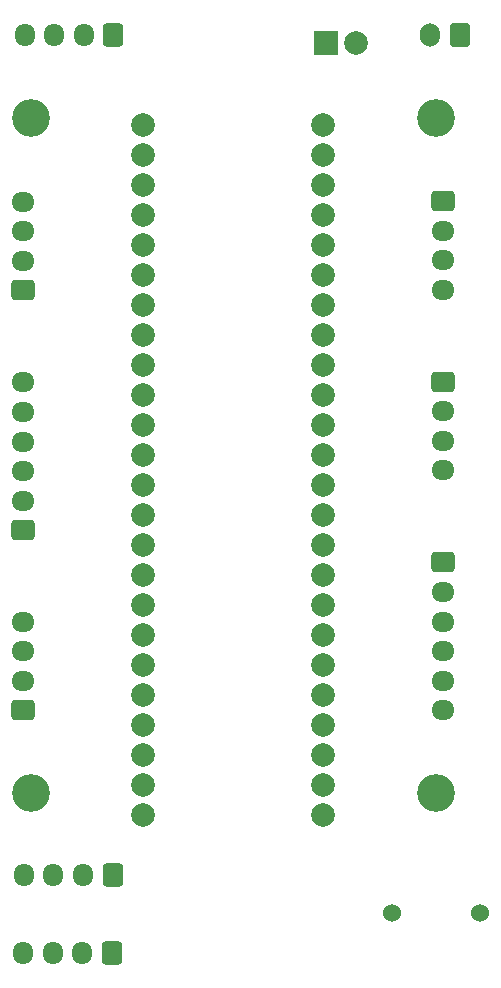
<source format=gbr>
%TF.GenerationSoftware,KiCad,Pcbnew,8.0.3*%
%TF.CreationDate,2024-10-23T15:03:03-04:00*%
%TF.ProjectId,mcu-board,6d63752d-626f-4617-9264-2e6b69636164,rev?*%
%TF.SameCoordinates,Original*%
%TF.FileFunction,Soldermask,Bot*%
%TF.FilePolarity,Negative*%
%FSLAX46Y46*%
G04 Gerber Fmt 4.6, Leading zero omitted, Abs format (unit mm)*
G04 Created by KiCad (PCBNEW 8.0.3) date 2024-10-23 15:03:03*
%MOMM*%
%LPD*%
G01*
G04 APERTURE LIST*
G04 Aperture macros list*
%AMRoundRect*
0 Rectangle with rounded corners*
0 $1 Rounding radius*
0 $2 $3 $4 $5 $6 $7 $8 $9 X,Y pos of 4 corners*
0 Add a 4 corners polygon primitive as box body*
4,1,4,$2,$3,$4,$5,$6,$7,$8,$9,$2,$3,0*
0 Add four circle primitives for the rounded corners*
1,1,$1+$1,$2,$3*
1,1,$1+$1,$4,$5*
1,1,$1+$1,$6,$7*
1,1,$1+$1,$8,$9*
0 Add four rect primitives between the rounded corners*
20,1,$1+$1,$2,$3,$4,$5,0*
20,1,$1+$1,$4,$5,$6,$7,0*
20,1,$1+$1,$6,$7,$8,$9,0*
20,1,$1+$1,$8,$9,$2,$3,0*%
G04 Aperture macros list end*
%ADD10R,2.000000X2.000000*%
%ADD11C,2.000000*%
%ADD12C,1.524000*%
%ADD13RoundRect,0.250000X-0.725000X0.600000X-0.725000X-0.600000X0.725000X-0.600000X0.725000X0.600000X0*%
%ADD14O,1.950000X1.700000*%
%ADD15C,3.200000*%
%ADD16RoundRect,0.250000X0.600000X0.725000X-0.600000X0.725000X-0.600000X-0.725000X0.600000X-0.725000X0*%
%ADD17O,1.700000X1.950000*%
%ADD18RoundRect,0.250000X0.600000X0.750000X-0.600000X0.750000X-0.600000X-0.750000X0.600000X-0.750000X0*%
%ADD19O,1.700000X2.000000*%
%ADD20RoundRect,0.250000X0.725000X-0.600000X0.725000X0.600000X-0.725000X0.600000X-0.725000X-0.600000X0*%
G04 APERTURE END LIST*
D10*
%TO.C,J11*%
X172960000Y-35000000D03*
D11*
X175500000Y-35000000D03*
%TD*%
D12*
%TO.C,BZ1*%
X178500000Y-108600000D03*
X186000000Y-108600000D03*
%TD*%
D13*
%TO.C,J8*%
X182880000Y-78940000D03*
D14*
X182880000Y-81440000D03*
X182880000Y-83940000D03*
X182880000Y-86440000D03*
X182880000Y-88940000D03*
X182880000Y-91440000D03*
%TD*%
D13*
%TO.C,J5*%
X182880000Y-48340000D03*
D14*
X182880000Y-50840000D03*
X182880000Y-53340000D03*
X182880000Y-55840000D03*
%TD*%
D15*
%TO.C,H3*%
X182245000Y-41275000D03*
%TD*%
D16*
%TO.C,J3*%
X154940000Y-34290000D03*
D17*
X152440000Y-34290000D03*
X149940000Y-34290000D03*
X147440000Y-34290000D03*
%TD*%
D18*
%TO.C,J9*%
X184250000Y-34290000D03*
D19*
X181750000Y-34290000D03*
%TD*%
D13*
%TO.C,J1*%
X182880000Y-63620000D03*
D14*
X182880000Y-66120000D03*
X182880000Y-68620000D03*
X182880000Y-71120000D03*
%TD*%
D20*
%TO.C,J2*%
X147320000Y-91440000D03*
D14*
X147320000Y-88940000D03*
X147320000Y-86440000D03*
X147320000Y-83940000D03*
%TD*%
D15*
%TO.C,H4*%
X147955000Y-41275000D03*
%TD*%
%TO.C,H1*%
X147955000Y-98425000D03*
%TD*%
D16*
%TO.C,J7*%
X154800000Y-112000000D03*
D17*
X152300000Y-112000000D03*
X149800000Y-112000000D03*
X147300000Y-112000000D03*
%TD*%
D16*
%TO.C,J6*%
X154860000Y-105400000D03*
D17*
X152360000Y-105400000D03*
X149860000Y-105400000D03*
X147360000Y-105400000D03*
%TD*%
D20*
%TO.C,J10*%
X147320000Y-76200000D03*
D14*
X147320000Y-73700000D03*
X147320000Y-71200000D03*
X147320000Y-68700000D03*
X147320000Y-66200000D03*
X147320000Y-63700000D03*
%TD*%
D11*
%TO.C,Teensy4.2*%
X157480000Y-41910000D03*
X157480000Y-44450000D03*
X157480000Y-46990000D03*
X157480000Y-49530000D03*
X157480000Y-52070000D03*
X157480000Y-54610000D03*
X157480000Y-57150000D03*
X157480000Y-59690000D03*
X157480000Y-62230000D03*
X157480000Y-64770000D03*
X157480000Y-67310000D03*
X157480000Y-69850000D03*
X157480000Y-72390000D03*
X157480000Y-74930000D03*
X157480000Y-77470000D03*
X157480000Y-80010000D03*
X157480000Y-82550000D03*
X157480000Y-85090000D03*
X157480000Y-87630000D03*
X157480000Y-90170000D03*
X157480000Y-92710000D03*
X157480000Y-95250000D03*
X157480000Y-97790000D03*
X157480000Y-100330000D03*
X172720000Y-100330000D03*
X172720000Y-97790000D03*
X172720000Y-95250000D03*
X172720000Y-92710000D03*
X172720000Y-90170000D03*
X172720000Y-87630000D03*
X172720000Y-85090000D03*
X172720000Y-82550000D03*
X172720000Y-80010000D03*
X172720000Y-77470000D03*
X172720000Y-74930000D03*
X172720000Y-72390000D03*
X172720000Y-69850000D03*
X172720000Y-67310000D03*
X172720000Y-64770000D03*
X172720000Y-62230000D03*
X172720000Y-59690000D03*
X172720000Y-57150000D03*
X172720000Y-54610000D03*
X172720000Y-52070000D03*
X172720000Y-49530000D03*
X172720000Y-46990000D03*
X172720000Y-44450000D03*
X172720000Y-41910000D03*
%TD*%
D20*
%TO.C,J4*%
X147320000Y-55880000D03*
D14*
X147320000Y-53380000D03*
X147320000Y-50880000D03*
X147320000Y-48380000D03*
%TD*%
D15*
%TO.C,H2*%
X182245000Y-98425000D03*
%TD*%
M02*

</source>
